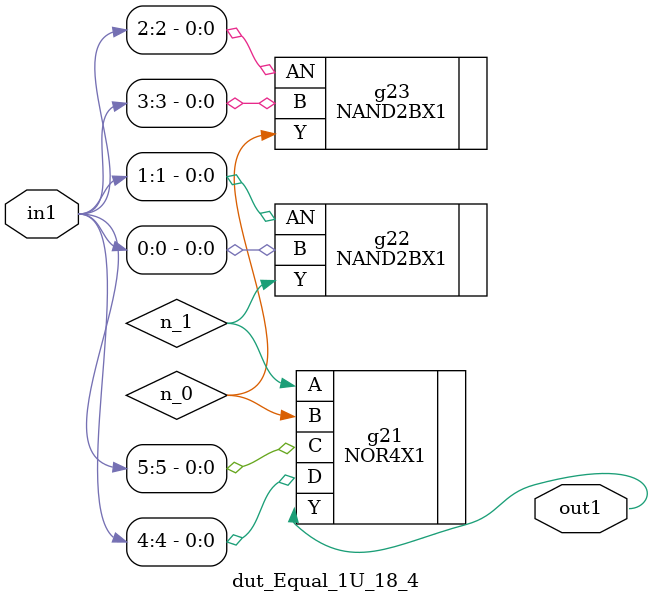
<source format=v>
`timescale 1ps / 1ps


module dut_Equal_1U_18_4(in1, out1);
  input [5:0] in1;
  output out1;
  wire [5:0] in1;
  wire out1;
  wire n_0, n_1;
  NOR4X1 g21(.A (n_1), .B (n_0), .C (in1[5]), .D (in1[4]), .Y (out1));
  NAND2BX1 g22(.AN (in1[1]), .B (in1[0]), .Y (n_1));
  NAND2BX1 g23(.AN (in1[2]), .B (in1[3]), .Y (n_0));
endmodule



</source>
